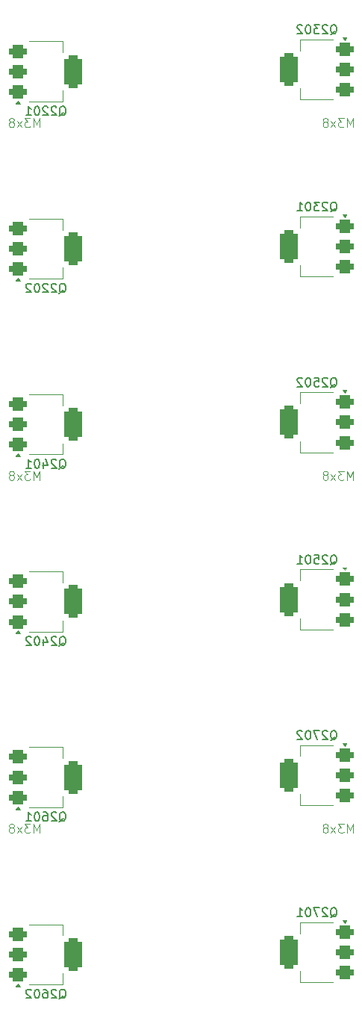
<source format=gbr>
%TF.GenerationSoftware,KiCad,Pcbnew,8.0.2*%
%TF.CreationDate,2024-12-14T16:27:18+01:00*%
%TF.ProjectId,pss_outstageboard,7073735f-6f75-4747-9374-616765626f61,1.0.0*%
%TF.SameCoordinates,Original*%
%TF.FileFunction,Legend,Bot*%
%TF.FilePolarity,Positive*%
%FSLAX46Y46*%
G04 Gerber Fmt 4.6, Leading zero omitted, Abs format (unit mm)*
G04 Created by KiCad (PCBNEW 8.0.2) date 2024-12-14 16:27:18*
%MOMM*%
%LPD*%
G01*
G04 APERTURE LIST*
G04 Aperture macros list*
%AMRoundRect*
0 Rectangle with rounded corners*
0 $1 Rounding radius*
0 $2 $3 $4 $5 $6 $7 $8 $9 X,Y pos of 4 corners*
0 Add a 4 corners polygon primitive as box body*
4,1,4,$2,$3,$4,$5,$6,$7,$8,$9,$2,$3,0*
0 Add four circle primitives for the rounded corners*
1,1,$1+$1,$2,$3*
1,1,$1+$1,$4,$5*
1,1,$1+$1,$6,$7*
1,1,$1+$1,$8,$9*
0 Add four rect primitives between the rounded corners*
20,1,$1+$1,$2,$3,$4,$5,0*
20,1,$1+$1,$4,$5,$6,$7,0*
20,1,$1+$1,$6,$7,$8,$9,0*
20,1,$1+$1,$8,$9,$2,$3,0*%
G04 Aperture macros list end*
%ADD10C,0.100000*%
%ADD11C,0.150000*%
%ADD12C,0.120000*%
%ADD13C,2.400000*%
%ADD14O,2.400000X2.400000*%
%ADD15R,2.000000X1.905000*%
%ADD16O,2.000000X1.905000*%
%ADD17C,3.200000*%
%ADD18O,7.000000X4.000000*%
%ADD19C,2.000000*%
%ADD20R,2.000000X2.000000*%
%ADD21C,2.162000*%
%ADD22C,2.800000*%
%ADD23RoundRect,0.375000X-0.625000X-0.375000X0.625000X-0.375000X0.625000X0.375000X-0.625000X0.375000X0*%
%ADD24RoundRect,0.500000X-0.500000X-1.400000X0.500000X-1.400000X0.500000X1.400000X-0.500000X1.400000X0*%
%ADD25RoundRect,0.375000X0.625000X0.375000X-0.625000X0.375000X-0.625000X-0.375000X0.625000X-0.375000X0*%
%ADD26RoundRect,0.500000X0.500000X1.400000X-0.500000X1.400000X-0.500000X-1.400000X0.500000X-1.400000X0*%
G04 APERTURE END LIST*
D10*
X229490475Y-151372419D02*
X229490475Y-150372419D01*
X229490475Y-150372419D02*
X229157142Y-151086704D01*
X229157142Y-151086704D02*
X228823809Y-150372419D01*
X228823809Y-150372419D02*
X228823809Y-151372419D01*
X228442856Y-150372419D02*
X227823809Y-150372419D01*
X227823809Y-150372419D02*
X228157142Y-150753371D01*
X228157142Y-150753371D02*
X228014285Y-150753371D01*
X228014285Y-150753371D02*
X227919047Y-150800990D01*
X227919047Y-150800990D02*
X227871428Y-150848609D01*
X227871428Y-150848609D02*
X227823809Y-150943847D01*
X227823809Y-150943847D02*
X227823809Y-151181942D01*
X227823809Y-151181942D02*
X227871428Y-151277180D01*
X227871428Y-151277180D02*
X227919047Y-151324800D01*
X227919047Y-151324800D02*
X228014285Y-151372419D01*
X228014285Y-151372419D02*
X228299999Y-151372419D01*
X228299999Y-151372419D02*
X228395237Y-151324800D01*
X228395237Y-151324800D02*
X228442856Y-151277180D01*
X227490475Y-151372419D02*
X226966666Y-150705752D01*
X227490475Y-150705752D02*
X226966666Y-151372419D01*
X226442856Y-150800990D02*
X226538094Y-150753371D01*
X226538094Y-150753371D02*
X226585713Y-150705752D01*
X226585713Y-150705752D02*
X226633332Y-150610514D01*
X226633332Y-150610514D02*
X226633332Y-150562895D01*
X226633332Y-150562895D02*
X226585713Y-150467657D01*
X226585713Y-150467657D02*
X226538094Y-150420038D01*
X226538094Y-150420038D02*
X226442856Y-150372419D01*
X226442856Y-150372419D02*
X226252380Y-150372419D01*
X226252380Y-150372419D02*
X226157142Y-150420038D01*
X226157142Y-150420038D02*
X226109523Y-150467657D01*
X226109523Y-150467657D02*
X226061904Y-150562895D01*
X226061904Y-150562895D02*
X226061904Y-150610514D01*
X226061904Y-150610514D02*
X226109523Y-150705752D01*
X226109523Y-150705752D02*
X226157142Y-150753371D01*
X226157142Y-150753371D02*
X226252380Y-150800990D01*
X226252380Y-150800990D02*
X226442856Y-150800990D01*
X226442856Y-150800990D02*
X226538094Y-150848609D01*
X226538094Y-150848609D02*
X226585713Y-150896228D01*
X226585713Y-150896228D02*
X226633332Y-150991466D01*
X226633332Y-150991466D02*
X226633332Y-151181942D01*
X226633332Y-151181942D02*
X226585713Y-151277180D01*
X226585713Y-151277180D02*
X226538094Y-151324800D01*
X226538094Y-151324800D02*
X226442856Y-151372419D01*
X226442856Y-151372419D02*
X226252380Y-151372419D01*
X226252380Y-151372419D02*
X226157142Y-151324800D01*
X226157142Y-151324800D02*
X226109523Y-151277180D01*
X226109523Y-151277180D02*
X226061904Y-151181942D01*
X226061904Y-151181942D02*
X226061904Y-150991466D01*
X226061904Y-150991466D02*
X226109523Y-150896228D01*
X226109523Y-150896228D02*
X226157142Y-150848609D01*
X226157142Y-150848609D02*
X226252380Y-150800990D01*
X193890475Y-151372419D02*
X193890475Y-150372419D01*
X193890475Y-150372419D02*
X193557142Y-151086704D01*
X193557142Y-151086704D02*
X193223809Y-150372419D01*
X193223809Y-150372419D02*
X193223809Y-151372419D01*
X192842856Y-150372419D02*
X192223809Y-150372419D01*
X192223809Y-150372419D02*
X192557142Y-150753371D01*
X192557142Y-150753371D02*
X192414285Y-150753371D01*
X192414285Y-150753371D02*
X192319047Y-150800990D01*
X192319047Y-150800990D02*
X192271428Y-150848609D01*
X192271428Y-150848609D02*
X192223809Y-150943847D01*
X192223809Y-150943847D02*
X192223809Y-151181942D01*
X192223809Y-151181942D02*
X192271428Y-151277180D01*
X192271428Y-151277180D02*
X192319047Y-151324800D01*
X192319047Y-151324800D02*
X192414285Y-151372419D01*
X192414285Y-151372419D02*
X192699999Y-151372419D01*
X192699999Y-151372419D02*
X192795237Y-151324800D01*
X192795237Y-151324800D02*
X192842856Y-151277180D01*
X191890475Y-151372419D02*
X191366666Y-150705752D01*
X191890475Y-150705752D02*
X191366666Y-151372419D01*
X190842856Y-150800990D02*
X190938094Y-150753371D01*
X190938094Y-150753371D02*
X190985713Y-150705752D01*
X190985713Y-150705752D02*
X191033332Y-150610514D01*
X191033332Y-150610514D02*
X191033332Y-150562895D01*
X191033332Y-150562895D02*
X190985713Y-150467657D01*
X190985713Y-150467657D02*
X190938094Y-150420038D01*
X190938094Y-150420038D02*
X190842856Y-150372419D01*
X190842856Y-150372419D02*
X190652380Y-150372419D01*
X190652380Y-150372419D02*
X190557142Y-150420038D01*
X190557142Y-150420038D02*
X190509523Y-150467657D01*
X190509523Y-150467657D02*
X190461904Y-150562895D01*
X190461904Y-150562895D02*
X190461904Y-150610514D01*
X190461904Y-150610514D02*
X190509523Y-150705752D01*
X190509523Y-150705752D02*
X190557142Y-150753371D01*
X190557142Y-150753371D02*
X190652380Y-150800990D01*
X190652380Y-150800990D02*
X190842856Y-150800990D01*
X190842856Y-150800990D02*
X190938094Y-150848609D01*
X190938094Y-150848609D02*
X190985713Y-150896228D01*
X190985713Y-150896228D02*
X191033332Y-150991466D01*
X191033332Y-150991466D02*
X191033332Y-151181942D01*
X191033332Y-151181942D02*
X190985713Y-151277180D01*
X190985713Y-151277180D02*
X190938094Y-151324800D01*
X190938094Y-151324800D02*
X190842856Y-151372419D01*
X190842856Y-151372419D02*
X190652380Y-151372419D01*
X190652380Y-151372419D02*
X190557142Y-151324800D01*
X190557142Y-151324800D02*
X190509523Y-151277180D01*
X190509523Y-151277180D02*
X190461904Y-151181942D01*
X190461904Y-151181942D02*
X190461904Y-150991466D01*
X190461904Y-150991466D02*
X190509523Y-150896228D01*
X190509523Y-150896228D02*
X190557142Y-150848609D01*
X190557142Y-150848609D02*
X190652380Y-150800990D01*
X229490475Y-111372419D02*
X229490475Y-110372419D01*
X229490475Y-110372419D02*
X229157142Y-111086704D01*
X229157142Y-111086704D02*
X228823809Y-110372419D01*
X228823809Y-110372419D02*
X228823809Y-111372419D01*
X228442856Y-110372419D02*
X227823809Y-110372419D01*
X227823809Y-110372419D02*
X228157142Y-110753371D01*
X228157142Y-110753371D02*
X228014285Y-110753371D01*
X228014285Y-110753371D02*
X227919047Y-110800990D01*
X227919047Y-110800990D02*
X227871428Y-110848609D01*
X227871428Y-110848609D02*
X227823809Y-110943847D01*
X227823809Y-110943847D02*
X227823809Y-111181942D01*
X227823809Y-111181942D02*
X227871428Y-111277180D01*
X227871428Y-111277180D02*
X227919047Y-111324800D01*
X227919047Y-111324800D02*
X228014285Y-111372419D01*
X228014285Y-111372419D02*
X228299999Y-111372419D01*
X228299999Y-111372419D02*
X228395237Y-111324800D01*
X228395237Y-111324800D02*
X228442856Y-111277180D01*
X227490475Y-111372419D02*
X226966666Y-110705752D01*
X227490475Y-110705752D02*
X226966666Y-111372419D01*
X226442856Y-110800990D02*
X226538094Y-110753371D01*
X226538094Y-110753371D02*
X226585713Y-110705752D01*
X226585713Y-110705752D02*
X226633332Y-110610514D01*
X226633332Y-110610514D02*
X226633332Y-110562895D01*
X226633332Y-110562895D02*
X226585713Y-110467657D01*
X226585713Y-110467657D02*
X226538094Y-110420038D01*
X226538094Y-110420038D02*
X226442856Y-110372419D01*
X226442856Y-110372419D02*
X226252380Y-110372419D01*
X226252380Y-110372419D02*
X226157142Y-110420038D01*
X226157142Y-110420038D02*
X226109523Y-110467657D01*
X226109523Y-110467657D02*
X226061904Y-110562895D01*
X226061904Y-110562895D02*
X226061904Y-110610514D01*
X226061904Y-110610514D02*
X226109523Y-110705752D01*
X226109523Y-110705752D02*
X226157142Y-110753371D01*
X226157142Y-110753371D02*
X226252380Y-110800990D01*
X226252380Y-110800990D02*
X226442856Y-110800990D01*
X226442856Y-110800990D02*
X226538094Y-110848609D01*
X226538094Y-110848609D02*
X226585713Y-110896228D01*
X226585713Y-110896228D02*
X226633332Y-110991466D01*
X226633332Y-110991466D02*
X226633332Y-111181942D01*
X226633332Y-111181942D02*
X226585713Y-111277180D01*
X226585713Y-111277180D02*
X226538094Y-111324800D01*
X226538094Y-111324800D02*
X226442856Y-111372419D01*
X226442856Y-111372419D02*
X226252380Y-111372419D01*
X226252380Y-111372419D02*
X226157142Y-111324800D01*
X226157142Y-111324800D02*
X226109523Y-111277180D01*
X226109523Y-111277180D02*
X226061904Y-111181942D01*
X226061904Y-111181942D02*
X226061904Y-110991466D01*
X226061904Y-110991466D02*
X226109523Y-110896228D01*
X226109523Y-110896228D02*
X226157142Y-110848609D01*
X226157142Y-110848609D02*
X226252380Y-110800990D01*
X193890475Y-111372419D02*
X193890475Y-110372419D01*
X193890475Y-110372419D02*
X193557142Y-111086704D01*
X193557142Y-111086704D02*
X193223809Y-110372419D01*
X193223809Y-110372419D02*
X193223809Y-111372419D01*
X192842856Y-110372419D02*
X192223809Y-110372419D01*
X192223809Y-110372419D02*
X192557142Y-110753371D01*
X192557142Y-110753371D02*
X192414285Y-110753371D01*
X192414285Y-110753371D02*
X192319047Y-110800990D01*
X192319047Y-110800990D02*
X192271428Y-110848609D01*
X192271428Y-110848609D02*
X192223809Y-110943847D01*
X192223809Y-110943847D02*
X192223809Y-111181942D01*
X192223809Y-111181942D02*
X192271428Y-111277180D01*
X192271428Y-111277180D02*
X192319047Y-111324800D01*
X192319047Y-111324800D02*
X192414285Y-111372419D01*
X192414285Y-111372419D02*
X192699999Y-111372419D01*
X192699999Y-111372419D02*
X192795237Y-111324800D01*
X192795237Y-111324800D02*
X192842856Y-111277180D01*
X191890475Y-111372419D02*
X191366666Y-110705752D01*
X191890475Y-110705752D02*
X191366666Y-111372419D01*
X190842856Y-110800990D02*
X190938094Y-110753371D01*
X190938094Y-110753371D02*
X190985713Y-110705752D01*
X190985713Y-110705752D02*
X191033332Y-110610514D01*
X191033332Y-110610514D02*
X191033332Y-110562895D01*
X191033332Y-110562895D02*
X190985713Y-110467657D01*
X190985713Y-110467657D02*
X190938094Y-110420038D01*
X190938094Y-110420038D02*
X190842856Y-110372419D01*
X190842856Y-110372419D02*
X190652380Y-110372419D01*
X190652380Y-110372419D02*
X190557142Y-110420038D01*
X190557142Y-110420038D02*
X190509523Y-110467657D01*
X190509523Y-110467657D02*
X190461904Y-110562895D01*
X190461904Y-110562895D02*
X190461904Y-110610514D01*
X190461904Y-110610514D02*
X190509523Y-110705752D01*
X190509523Y-110705752D02*
X190557142Y-110753371D01*
X190557142Y-110753371D02*
X190652380Y-110800990D01*
X190652380Y-110800990D02*
X190842856Y-110800990D01*
X190842856Y-110800990D02*
X190938094Y-110848609D01*
X190938094Y-110848609D02*
X190985713Y-110896228D01*
X190985713Y-110896228D02*
X191033332Y-110991466D01*
X191033332Y-110991466D02*
X191033332Y-111181942D01*
X191033332Y-111181942D02*
X190985713Y-111277180D01*
X190985713Y-111277180D02*
X190938094Y-111324800D01*
X190938094Y-111324800D02*
X190842856Y-111372419D01*
X190842856Y-111372419D02*
X190652380Y-111372419D01*
X190652380Y-111372419D02*
X190557142Y-111324800D01*
X190557142Y-111324800D02*
X190509523Y-111277180D01*
X190509523Y-111277180D02*
X190461904Y-111181942D01*
X190461904Y-111181942D02*
X190461904Y-110991466D01*
X190461904Y-110991466D02*
X190509523Y-110896228D01*
X190509523Y-110896228D02*
X190557142Y-110848609D01*
X190557142Y-110848609D02*
X190652380Y-110800990D01*
X193890475Y-191372419D02*
X193890475Y-190372419D01*
X193890475Y-190372419D02*
X193557142Y-191086704D01*
X193557142Y-191086704D02*
X193223809Y-190372419D01*
X193223809Y-190372419D02*
X193223809Y-191372419D01*
X192842856Y-190372419D02*
X192223809Y-190372419D01*
X192223809Y-190372419D02*
X192557142Y-190753371D01*
X192557142Y-190753371D02*
X192414285Y-190753371D01*
X192414285Y-190753371D02*
X192319047Y-190800990D01*
X192319047Y-190800990D02*
X192271428Y-190848609D01*
X192271428Y-190848609D02*
X192223809Y-190943847D01*
X192223809Y-190943847D02*
X192223809Y-191181942D01*
X192223809Y-191181942D02*
X192271428Y-191277180D01*
X192271428Y-191277180D02*
X192319047Y-191324800D01*
X192319047Y-191324800D02*
X192414285Y-191372419D01*
X192414285Y-191372419D02*
X192699999Y-191372419D01*
X192699999Y-191372419D02*
X192795237Y-191324800D01*
X192795237Y-191324800D02*
X192842856Y-191277180D01*
X191890475Y-191372419D02*
X191366666Y-190705752D01*
X191890475Y-190705752D02*
X191366666Y-191372419D01*
X190842856Y-190800990D02*
X190938094Y-190753371D01*
X190938094Y-190753371D02*
X190985713Y-190705752D01*
X190985713Y-190705752D02*
X191033332Y-190610514D01*
X191033332Y-190610514D02*
X191033332Y-190562895D01*
X191033332Y-190562895D02*
X190985713Y-190467657D01*
X190985713Y-190467657D02*
X190938094Y-190420038D01*
X190938094Y-190420038D02*
X190842856Y-190372419D01*
X190842856Y-190372419D02*
X190652380Y-190372419D01*
X190652380Y-190372419D02*
X190557142Y-190420038D01*
X190557142Y-190420038D02*
X190509523Y-190467657D01*
X190509523Y-190467657D02*
X190461904Y-190562895D01*
X190461904Y-190562895D02*
X190461904Y-190610514D01*
X190461904Y-190610514D02*
X190509523Y-190705752D01*
X190509523Y-190705752D02*
X190557142Y-190753371D01*
X190557142Y-190753371D02*
X190652380Y-190800990D01*
X190652380Y-190800990D02*
X190842856Y-190800990D01*
X190842856Y-190800990D02*
X190938094Y-190848609D01*
X190938094Y-190848609D02*
X190985713Y-190896228D01*
X190985713Y-190896228D02*
X191033332Y-190991466D01*
X191033332Y-190991466D02*
X191033332Y-191181942D01*
X191033332Y-191181942D02*
X190985713Y-191277180D01*
X190985713Y-191277180D02*
X190938094Y-191324800D01*
X190938094Y-191324800D02*
X190842856Y-191372419D01*
X190842856Y-191372419D02*
X190652380Y-191372419D01*
X190652380Y-191372419D02*
X190557142Y-191324800D01*
X190557142Y-191324800D02*
X190509523Y-191277180D01*
X190509523Y-191277180D02*
X190461904Y-191181942D01*
X190461904Y-191181942D02*
X190461904Y-190991466D01*
X190461904Y-190991466D02*
X190509523Y-190896228D01*
X190509523Y-190896228D02*
X190557142Y-190848609D01*
X190557142Y-190848609D02*
X190652380Y-190800990D01*
X229490475Y-191372419D02*
X229490475Y-190372419D01*
X229490475Y-190372419D02*
X229157142Y-191086704D01*
X229157142Y-191086704D02*
X228823809Y-190372419D01*
X228823809Y-190372419D02*
X228823809Y-191372419D01*
X228442856Y-190372419D02*
X227823809Y-190372419D01*
X227823809Y-190372419D02*
X228157142Y-190753371D01*
X228157142Y-190753371D02*
X228014285Y-190753371D01*
X228014285Y-190753371D02*
X227919047Y-190800990D01*
X227919047Y-190800990D02*
X227871428Y-190848609D01*
X227871428Y-190848609D02*
X227823809Y-190943847D01*
X227823809Y-190943847D02*
X227823809Y-191181942D01*
X227823809Y-191181942D02*
X227871428Y-191277180D01*
X227871428Y-191277180D02*
X227919047Y-191324800D01*
X227919047Y-191324800D02*
X228014285Y-191372419D01*
X228014285Y-191372419D02*
X228299999Y-191372419D01*
X228299999Y-191372419D02*
X228395237Y-191324800D01*
X228395237Y-191324800D02*
X228442856Y-191277180D01*
X227490475Y-191372419D02*
X226966666Y-190705752D01*
X227490475Y-190705752D02*
X226966666Y-191372419D01*
X226442856Y-190800990D02*
X226538094Y-190753371D01*
X226538094Y-190753371D02*
X226585713Y-190705752D01*
X226585713Y-190705752D02*
X226633332Y-190610514D01*
X226633332Y-190610514D02*
X226633332Y-190562895D01*
X226633332Y-190562895D02*
X226585713Y-190467657D01*
X226585713Y-190467657D02*
X226538094Y-190420038D01*
X226538094Y-190420038D02*
X226442856Y-190372419D01*
X226442856Y-190372419D02*
X226252380Y-190372419D01*
X226252380Y-190372419D02*
X226157142Y-190420038D01*
X226157142Y-190420038D02*
X226109523Y-190467657D01*
X226109523Y-190467657D02*
X226061904Y-190562895D01*
X226061904Y-190562895D02*
X226061904Y-190610514D01*
X226061904Y-190610514D02*
X226109523Y-190705752D01*
X226109523Y-190705752D02*
X226157142Y-190753371D01*
X226157142Y-190753371D02*
X226252380Y-190800990D01*
X226252380Y-190800990D02*
X226442856Y-190800990D01*
X226442856Y-190800990D02*
X226538094Y-190848609D01*
X226538094Y-190848609D02*
X226585713Y-190896228D01*
X226585713Y-190896228D02*
X226633332Y-190991466D01*
X226633332Y-190991466D02*
X226633332Y-191181942D01*
X226633332Y-191181942D02*
X226585713Y-191277180D01*
X226585713Y-191277180D02*
X226538094Y-191324800D01*
X226538094Y-191324800D02*
X226442856Y-191372419D01*
X226442856Y-191372419D02*
X226252380Y-191372419D01*
X226252380Y-191372419D02*
X226157142Y-191324800D01*
X226157142Y-191324800D02*
X226109523Y-191277180D01*
X226109523Y-191277180D02*
X226061904Y-191181942D01*
X226061904Y-191181942D02*
X226061904Y-190991466D01*
X226061904Y-190991466D02*
X226109523Y-190896228D01*
X226109523Y-190896228D02*
X226157142Y-190848609D01*
X226157142Y-190848609D02*
X226252380Y-190800990D01*
D11*
X196143809Y-130210057D02*
X196239047Y-130162438D01*
X196239047Y-130162438D02*
X196334285Y-130067200D01*
X196334285Y-130067200D02*
X196477142Y-129924342D01*
X196477142Y-129924342D02*
X196572380Y-129876723D01*
X196572380Y-129876723D02*
X196667618Y-129876723D01*
X196619999Y-130114819D02*
X196715237Y-130067200D01*
X196715237Y-130067200D02*
X196810475Y-129971961D01*
X196810475Y-129971961D02*
X196858094Y-129781485D01*
X196858094Y-129781485D02*
X196858094Y-129448152D01*
X196858094Y-129448152D02*
X196810475Y-129257676D01*
X196810475Y-129257676D02*
X196715237Y-129162438D01*
X196715237Y-129162438D02*
X196619999Y-129114819D01*
X196619999Y-129114819D02*
X196429523Y-129114819D01*
X196429523Y-129114819D02*
X196334285Y-129162438D01*
X196334285Y-129162438D02*
X196239047Y-129257676D01*
X196239047Y-129257676D02*
X196191428Y-129448152D01*
X196191428Y-129448152D02*
X196191428Y-129781485D01*
X196191428Y-129781485D02*
X196239047Y-129971961D01*
X196239047Y-129971961D02*
X196334285Y-130067200D01*
X196334285Y-130067200D02*
X196429523Y-130114819D01*
X196429523Y-130114819D02*
X196619999Y-130114819D01*
X195810475Y-129210057D02*
X195762856Y-129162438D01*
X195762856Y-129162438D02*
X195667618Y-129114819D01*
X195667618Y-129114819D02*
X195429523Y-129114819D01*
X195429523Y-129114819D02*
X195334285Y-129162438D01*
X195334285Y-129162438D02*
X195286666Y-129210057D01*
X195286666Y-129210057D02*
X195239047Y-129305295D01*
X195239047Y-129305295D02*
X195239047Y-129400533D01*
X195239047Y-129400533D02*
X195286666Y-129543390D01*
X195286666Y-129543390D02*
X195858094Y-130114819D01*
X195858094Y-130114819D02*
X195239047Y-130114819D01*
X194858094Y-129210057D02*
X194810475Y-129162438D01*
X194810475Y-129162438D02*
X194715237Y-129114819D01*
X194715237Y-129114819D02*
X194477142Y-129114819D01*
X194477142Y-129114819D02*
X194381904Y-129162438D01*
X194381904Y-129162438D02*
X194334285Y-129210057D01*
X194334285Y-129210057D02*
X194286666Y-129305295D01*
X194286666Y-129305295D02*
X194286666Y-129400533D01*
X194286666Y-129400533D02*
X194334285Y-129543390D01*
X194334285Y-129543390D02*
X194905713Y-130114819D01*
X194905713Y-130114819D02*
X194286666Y-130114819D01*
X193667618Y-129114819D02*
X193572380Y-129114819D01*
X193572380Y-129114819D02*
X193477142Y-129162438D01*
X193477142Y-129162438D02*
X193429523Y-129210057D01*
X193429523Y-129210057D02*
X193381904Y-129305295D01*
X193381904Y-129305295D02*
X193334285Y-129495771D01*
X193334285Y-129495771D02*
X193334285Y-129733866D01*
X193334285Y-129733866D02*
X193381904Y-129924342D01*
X193381904Y-129924342D02*
X193429523Y-130019580D01*
X193429523Y-130019580D02*
X193477142Y-130067200D01*
X193477142Y-130067200D02*
X193572380Y-130114819D01*
X193572380Y-130114819D02*
X193667618Y-130114819D01*
X193667618Y-130114819D02*
X193762856Y-130067200D01*
X193762856Y-130067200D02*
X193810475Y-130019580D01*
X193810475Y-130019580D02*
X193858094Y-129924342D01*
X193858094Y-129924342D02*
X193905713Y-129733866D01*
X193905713Y-129733866D02*
X193905713Y-129495771D01*
X193905713Y-129495771D02*
X193858094Y-129305295D01*
X193858094Y-129305295D02*
X193810475Y-129210057D01*
X193810475Y-129210057D02*
X193762856Y-129162438D01*
X193762856Y-129162438D02*
X193667618Y-129114819D01*
X192953332Y-129210057D02*
X192905713Y-129162438D01*
X192905713Y-129162438D02*
X192810475Y-129114819D01*
X192810475Y-129114819D02*
X192572380Y-129114819D01*
X192572380Y-129114819D02*
X192477142Y-129162438D01*
X192477142Y-129162438D02*
X192429523Y-129210057D01*
X192429523Y-129210057D02*
X192381904Y-129305295D01*
X192381904Y-129305295D02*
X192381904Y-129400533D01*
X192381904Y-129400533D02*
X192429523Y-129543390D01*
X192429523Y-129543390D02*
X193000951Y-130114819D01*
X193000951Y-130114819D02*
X192381904Y-130114819D01*
X226903809Y-140890057D02*
X226999047Y-140842438D01*
X226999047Y-140842438D02*
X227094285Y-140747200D01*
X227094285Y-140747200D02*
X227237142Y-140604342D01*
X227237142Y-140604342D02*
X227332380Y-140556723D01*
X227332380Y-140556723D02*
X227427618Y-140556723D01*
X227379999Y-140794819D02*
X227475237Y-140747200D01*
X227475237Y-140747200D02*
X227570475Y-140651961D01*
X227570475Y-140651961D02*
X227618094Y-140461485D01*
X227618094Y-140461485D02*
X227618094Y-140128152D01*
X227618094Y-140128152D02*
X227570475Y-139937676D01*
X227570475Y-139937676D02*
X227475237Y-139842438D01*
X227475237Y-139842438D02*
X227379999Y-139794819D01*
X227379999Y-139794819D02*
X227189523Y-139794819D01*
X227189523Y-139794819D02*
X227094285Y-139842438D01*
X227094285Y-139842438D02*
X226999047Y-139937676D01*
X226999047Y-139937676D02*
X226951428Y-140128152D01*
X226951428Y-140128152D02*
X226951428Y-140461485D01*
X226951428Y-140461485D02*
X226999047Y-140651961D01*
X226999047Y-140651961D02*
X227094285Y-140747200D01*
X227094285Y-140747200D02*
X227189523Y-140794819D01*
X227189523Y-140794819D02*
X227379999Y-140794819D01*
X226570475Y-139890057D02*
X226522856Y-139842438D01*
X226522856Y-139842438D02*
X226427618Y-139794819D01*
X226427618Y-139794819D02*
X226189523Y-139794819D01*
X226189523Y-139794819D02*
X226094285Y-139842438D01*
X226094285Y-139842438D02*
X226046666Y-139890057D01*
X226046666Y-139890057D02*
X225999047Y-139985295D01*
X225999047Y-139985295D02*
X225999047Y-140080533D01*
X225999047Y-140080533D02*
X226046666Y-140223390D01*
X226046666Y-140223390D02*
X226618094Y-140794819D01*
X226618094Y-140794819D02*
X225999047Y-140794819D01*
X225094285Y-139794819D02*
X225570475Y-139794819D01*
X225570475Y-139794819D02*
X225618094Y-140271009D01*
X225618094Y-140271009D02*
X225570475Y-140223390D01*
X225570475Y-140223390D02*
X225475237Y-140175771D01*
X225475237Y-140175771D02*
X225237142Y-140175771D01*
X225237142Y-140175771D02*
X225141904Y-140223390D01*
X225141904Y-140223390D02*
X225094285Y-140271009D01*
X225094285Y-140271009D02*
X225046666Y-140366247D01*
X225046666Y-140366247D02*
X225046666Y-140604342D01*
X225046666Y-140604342D02*
X225094285Y-140699580D01*
X225094285Y-140699580D02*
X225141904Y-140747200D01*
X225141904Y-140747200D02*
X225237142Y-140794819D01*
X225237142Y-140794819D02*
X225475237Y-140794819D01*
X225475237Y-140794819D02*
X225570475Y-140747200D01*
X225570475Y-140747200D02*
X225618094Y-140699580D01*
X224427618Y-139794819D02*
X224332380Y-139794819D01*
X224332380Y-139794819D02*
X224237142Y-139842438D01*
X224237142Y-139842438D02*
X224189523Y-139890057D01*
X224189523Y-139890057D02*
X224141904Y-139985295D01*
X224141904Y-139985295D02*
X224094285Y-140175771D01*
X224094285Y-140175771D02*
X224094285Y-140413866D01*
X224094285Y-140413866D02*
X224141904Y-140604342D01*
X224141904Y-140604342D02*
X224189523Y-140699580D01*
X224189523Y-140699580D02*
X224237142Y-140747200D01*
X224237142Y-140747200D02*
X224332380Y-140794819D01*
X224332380Y-140794819D02*
X224427618Y-140794819D01*
X224427618Y-140794819D02*
X224522856Y-140747200D01*
X224522856Y-140747200D02*
X224570475Y-140699580D01*
X224570475Y-140699580D02*
X224618094Y-140604342D01*
X224618094Y-140604342D02*
X224665713Y-140413866D01*
X224665713Y-140413866D02*
X224665713Y-140175771D01*
X224665713Y-140175771D02*
X224618094Y-139985295D01*
X224618094Y-139985295D02*
X224570475Y-139890057D01*
X224570475Y-139890057D02*
X224522856Y-139842438D01*
X224522856Y-139842438D02*
X224427618Y-139794819D01*
X223713332Y-139890057D02*
X223665713Y-139842438D01*
X223665713Y-139842438D02*
X223570475Y-139794819D01*
X223570475Y-139794819D02*
X223332380Y-139794819D01*
X223332380Y-139794819D02*
X223237142Y-139842438D01*
X223237142Y-139842438D02*
X223189523Y-139890057D01*
X223189523Y-139890057D02*
X223141904Y-139985295D01*
X223141904Y-139985295D02*
X223141904Y-140080533D01*
X223141904Y-140080533D02*
X223189523Y-140223390D01*
X223189523Y-140223390D02*
X223760951Y-140794819D01*
X223760951Y-140794819D02*
X223141904Y-140794819D01*
X196143809Y-150130057D02*
X196239047Y-150082438D01*
X196239047Y-150082438D02*
X196334285Y-149987200D01*
X196334285Y-149987200D02*
X196477142Y-149844342D01*
X196477142Y-149844342D02*
X196572380Y-149796723D01*
X196572380Y-149796723D02*
X196667618Y-149796723D01*
X196619999Y-150034819D02*
X196715237Y-149987200D01*
X196715237Y-149987200D02*
X196810475Y-149891961D01*
X196810475Y-149891961D02*
X196858094Y-149701485D01*
X196858094Y-149701485D02*
X196858094Y-149368152D01*
X196858094Y-149368152D02*
X196810475Y-149177676D01*
X196810475Y-149177676D02*
X196715237Y-149082438D01*
X196715237Y-149082438D02*
X196619999Y-149034819D01*
X196619999Y-149034819D02*
X196429523Y-149034819D01*
X196429523Y-149034819D02*
X196334285Y-149082438D01*
X196334285Y-149082438D02*
X196239047Y-149177676D01*
X196239047Y-149177676D02*
X196191428Y-149368152D01*
X196191428Y-149368152D02*
X196191428Y-149701485D01*
X196191428Y-149701485D02*
X196239047Y-149891961D01*
X196239047Y-149891961D02*
X196334285Y-149987200D01*
X196334285Y-149987200D02*
X196429523Y-150034819D01*
X196429523Y-150034819D02*
X196619999Y-150034819D01*
X195810475Y-149130057D02*
X195762856Y-149082438D01*
X195762856Y-149082438D02*
X195667618Y-149034819D01*
X195667618Y-149034819D02*
X195429523Y-149034819D01*
X195429523Y-149034819D02*
X195334285Y-149082438D01*
X195334285Y-149082438D02*
X195286666Y-149130057D01*
X195286666Y-149130057D02*
X195239047Y-149225295D01*
X195239047Y-149225295D02*
X195239047Y-149320533D01*
X195239047Y-149320533D02*
X195286666Y-149463390D01*
X195286666Y-149463390D02*
X195858094Y-150034819D01*
X195858094Y-150034819D02*
X195239047Y-150034819D01*
X194381904Y-149368152D02*
X194381904Y-150034819D01*
X194619999Y-148987200D02*
X194858094Y-149701485D01*
X194858094Y-149701485D02*
X194239047Y-149701485D01*
X193667618Y-149034819D02*
X193572380Y-149034819D01*
X193572380Y-149034819D02*
X193477142Y-149082438D01*
X193477142Y-149082438D02*
X193429523Y-149130057D01*
X193429523Y-149130057D02*
X193381904Y-149225295D01*
X193381904Y-149225295D02*
X193334285Y-149415771D01*
X193334285Y-149415771D02*
X193334285Y-149653866D01*
X193334285Y-149653866D02*
X193381904Y-149844342D01*
X193381904Y-149844342D02*
X193429523Y-149939580D01*
X193429523Y-149939580D02*
X193477142Y-149987200D01*
X193477142Y-149987200D02*
X193572380Y-150034819D01*
X193572380Y-150034819D02*
X193667618Y-150034819D01*
X193667618Y-150034819D02*
X193762856Y-149987200D01*
X193762856Y-149987200D02*
X193810475Y-149939580D01*
X193810475Y-149939580D02*
X193858094Y-149844342D01*
X193858094Y-149844342D02*
X193905713Y-149653866D01*
X193905713Y-149653866D02*
X193905713Y-149415771D01*
X193905713Y-149415771D02*
X193858094Y-149225295D01*
X193858094Y-149225295D02*
X193810475Y-149130057D01*
X193810475Y-149130057D02*
X193762856Y-149082438D01*
X193762856Y-149082438D02*
X193667618Y-149034819D01*
X192381904Y-150034819D02*
X192953332Y-150034819D01*
X192667618Y-150034819D02*
X192667618Y-149034819D01*
X192667618Y-149034819D02*
X192762856Y-149177676D01*
X192762856Y-149177676D02*
X192858094Y-149272914D01*
X192858094Y-149272914D02*
X192953332Y-149320533D01*
X226903809Y-120970057D02*
X226999047Y-120922438D01*
X226999047Y-120922438D02*
X227094285Y-120827200D01*
X227094285Y-120827200D02*
X227237142Y-120684342D01*
X227237142Y-120684342D02*
X227332380Y-120636723D01*
X227332380Y-120636723D02*
X227427618Y-120636723D01*
X227379999Y-120874819D02*
X227475237Y-120827200D01*
X227475237Y-120827200D02*
X227570475Y-120731961D01*
X227570475Y-120731961D02*
X227618094Y-120541485D01*
X227618094Y-120541485D02*
X227618094Y-120208152D01*
X227618094Y-120208152D02*
X227570475Y-120017676D01*
X227570475Y-120017676D02*
X227475237Y-119922438D01*
X227475237Y-119922438D02*
X227379999Y-119874819D01*
X227379999Y-119874819D02*
X227189523Y-119874819D01*
X227189523Y-119874819D02*
X227094285Y-119922438D01*
X227094285Y-119922438D02*
X226999047Y-120017676D01*
X226999047Y-120017676D02*
X226951428Y-120208152D01*
X226951428Y-120208152D02*
X226951428Y-120541485D01*
X226951428Y-120541485D02*
X226999047Y-120731961D01*
X226999047Y-120731961D02*
X227094285Y-120827200D01*
X227094285Y-120827200D02*
X227189523Y-120874819D01*
X227189523Y-120874819D02*
X227379999Y-120874819D01*
X226570475Y-119970057D02*
X226522856Y-119922438D01*
X226522856Y-119922438D02*
X226427618Y-119874819D01*
X226427618Y-119874819D02*
X226189523Y-119874819D01*
X226189523Y-119874819D02*
X226094285Y-119922438D01*
X226094285Y-119922438D02*
X226046666Y-119970057D01*
X226046666Y-119970057D02*
X225999047Y-120065295D01*
X225999047Y-120065295D02*
X225999047Y-120160533D01*
X225999047Y-120160533D02*
X226046666Y-120303390D01*
X226046666Y-120303390D02*
X226618094Y-120874819D01*
X226618094Y-120874819D02*
X225999047Y-120874819D01*
X225665713Y-119874819D02*
X225046666Y-119874819D01*
X225046666Y-119874819D02*
X225379999Y-120255771D01*
X225379999Y-120255771D02*
X225237142Y-120255771D01*
X225237142Y-120255771D02*
X225141904Y-120303390D01*
X225141904Y-120303390D02*
X225094285Y-120351009D01*
X225094285Y-120351009D02*
X225046666Y-120446247D01*
X225046666Y-120446247D02*
X225046666Y-120684342D01*
X225046666Y-120684342D02*
X225094285Y-120779580D01*
X225094285Y-120779580D02*
X225141904Y-120827200D01*
X225141904Y-120827200D02*
X225237142Y-120874819D01*
X225237142Y-120874819D02*
X225522856Y-120874819D01*
X225522856Y-120874819D02*
X225618094Y-120827200D01*
X225618094Y-120827200D02*
X225665713Y-120779580D01*
X224427618Y-119874819D02*
X224332380Y-119874819D01*
X224332380Y-119874819D02*
X224237142Y-119922438D01*
X224237142Y-119922438D02*
X224189523Y-119970057D01*
X224189523Y-119970057D02*
X224141904Y-120065295D01*
X224141904Y-120065295D02*
X224094285Y-120255771D01*
X224094285Y-120255771D02*
X224094285Y-120493866D01*
X224094285Y-120493866D02*
X224141904Y-120684342D01*
X224141904Y-120684342D02*
X224189523Y-120779580D01*
X224189523Y-120779580D02*
X224237142Y-120827200D01*
X224237142Y-120827200D02*
X224332380Y-120874819D01*
X224332380Y-120874819D02*
X224427618Y-120874819D01*
X224427618Y-120874819D02*
X224522856Y-120827200D01*
X224522856Y-120827200D02*
X224570475Y-120779580D01*
X224570475Y-120779580D02*
X224618094Y-120684342D01*
X224618094Y-120684342D02*
X224665713Y-120493866D01*
X224665713Y-120493866D02*
X224665713Y-120255771D01*
X224665713Y-120255771D02*
X224618094Y-120065295D01*
X224618094Y-120065295D02*
X224570475Y-119970057D01*
X224570475Y-119970057D02*
X224522856Y-119922438D01*
X224522856Y-119922438D02*
X224427618Y-119874819D01*
X223141904Y-120874819D02*
X223713332Y-120874819D01*
X223427618Y-120874819D02*
X223427618Y-119874819D01*
X223427618Y-119874819D02*
X223522856Y-120017676D01*
X223522856Y-120017676D02*
X223618094Y-120112914D01*
X223618094Y-120112914D02*
X223713332Y-120160533D01*
X196143809Y-190130057D02*
X196239047Y-190082438D01*
X196239047Y-190082438D02*
X196334285Y-189987200D01*
X196334285Y-189987200D02*
X196477142Y-189844342D01*
X196477142Y-189844342D02*
X196572380Y-189796723D01*
X196572380Y-189796723D02*
X196667618Y-189796723D01*
X196619999Y-190034819D02*
X196715237Y-189987200D01*
X196715237Y-189987200D02*
X196810475Y-189891961D01*
X196810475Y-189891961D02*
X196858094Y-189701485D01*
X196858094Y-189701485D02*
X196858094Y-189368152D01*
X196858094Y-189368152D02*
X196810475Y-189177676D01*
X196810475Y-189177676D02*
X196715237Y-189082438D01*
X196715237Y-189082438D02*
X196619999Y-189034819D01*
X196619999Y-189034819D02*
X196429523Y-189034819D01*
X196429523Y-189034819D02*
X196334285Y-189082438D01*
X196334285Y-189082438D02*
X196239047Y-189177676D01*
X196239047Y-189177676D02*
X196191428Y-189368152D01*
X196191428Y-189368152D02*
X196191428Y-189701485D01*
X196191428Y-189701485D02*
X196239047Y-189891961D01*
X196239047Y-189891961D02*
X196334285Y-189987200D01*
X196334285Y-189987200D02*
X196429523Y-190034819D01*
X196429523Y-190034819D02*
X196619999Y-190034819D01*
X195810475Y-189130057D02*
X195762856Y-189082438D01*
X195762856Y-189082438D02*
X195667618Y-189034819D01*
X195667618Y-189034819D02*
X195429523Y-189034819D01*
X195429523Y-189034819D02*
X195334285Y-189082438D01*
X195334285Y-189082438D02*
X195286666Y-189130057D01*
X195286666Y-189130057D02*
X195239047Y-189225295D01*
X195239047Y-189225295D02*
X195239047Y-189320533D01*
X195239047Y-189320533D02*
X195286666Y-189463390D01*
X195286666Y-189463390D02*
X195858094Y-190034819D01*
X195858094Y-190034819D02*
X195239047Y-190034819D01*
X194381904Y-189034819D02*
X194572380Y-189034819D01*
X194572380Y-189034819D02*
X194667618Y-189082438D01*
X194667618Y-189082438D02*
X194715237Y-189130057D01*
X194715237Y-189130057D02*
X194810475Y-189272914D01*
X194810475Y-189272914D02*
X194858094Y-189463390D01*
X194858094Y-189463390D02*
X194858094Y-189844342D01*
X194858094Y-189844342D02*
X194810475Y-189939580D01*
X194810475Y-189939580D02*
X194762856Y-189987200D01*
X194762856Y-189987200D02*
X194667618Y-190034819D01*
X194667618Y-190034819D02*
X194477142Y-190034819D01*
X194477142Y-190034819D02*
X194381904Y-189987200D01*
X194381904Y-189987200D02*
X194334285Y-189939580D01*
X194334285Y-189939580D02*
X194286666Y-189844342D01*
X194286666Y-189844342D02*
X194286666Y-189606247D01*
X194286666Y-189606247D02*
X194334285Y-189511009D01*
X194334285Y-189511009D02*
X194381904Y-189463390D01*
X194381904Y-189463390D02*
X194477142Y-189415771D01*
X194477142Y-189415771D02*
X194667618Y-189415771D01*
X194667618Y-189415771D02*
X194762856Y-189463390D01*
X194762856Y-189463390D02*
X194810475Y-189511009D01*
X194810475Y-189511009D02*
X194858094Y-189606247D01*
X193667618Y-189034819D02*
X193572380Y-189034819D01*
X193572380Y-189034819D02*
X193477142Y-189082438D01*
X193477142Y-189082438D02*
X193429523Y-189130057D01*
X193429523Y-189130057D02*
X193381904Y-189225295D01*
X193381904Y-189225295D02*
X193334285Y-189415771D01*
X193334285Y-189415771D02*
X193334285Y-189653866D01*
X193334285Y-189653866D02*
X193381904Y-189844342D01*
X193381904Y-189844342D02*
X193429523Y-189939580D01*
X193429523Y-189939580D02*
X193477142Y-189987200D01*
X193477142Y-189987200D02*
X193572380Y-190034819D01*
X193572380Y-190034819D02*
X193667618Y-190034819D01*
X193667618Y-190034819D02*
X193762856Y-189987200D01*
X193762856Y-189987200D02*
X193810475Y-189939580D01*
X193810475Y-189939580D02*
X193858094Y-189844342D01*
X193858094Y-189844342D02*
X193905713Y-189653866D01*
X193905713Y-189653866D02*
X193905713Y-189415771D01*
X193905713Y-189415771D02*
X193858094Y-189225295D01*
X193858094Y-189225295D02*
X193810475Y-189130057D01*
X193810475Y-189130057D02*
X193762856Y-189082438D01*
X193762856Y-189082438D02*
X193667618Y-189034819D01*
X192381904Y-190034819D02*
X192953332Y-190034819D01*
X192667618Y-190034819D02*
X192667618Y-189034819D01*
X192667618Y-189034819D02*
X192762856Y-189177676D01*
X192762856Y-189177676D02*
X192858094Y-189272914D01*
X192858094Y-189272914D02*
X192953332Y-189320533D01*
X226903809Y-100890057D02*
X226999047Y-100842438D01*
X226999047Y-100842438D02*
X227094285Y-100747200D01*
X227094285Y-100747200D02*
X227237142Y-100604342D01*
X227237142Y-100604342D02*
X227332380Y-100556723D01*
X227332380Y-100556723D02*
X227427618Y-100556723D01*
X227379999Y-100794819D02*
X227475237Y-100747200D01*
X227475237Y-100747200D02*
X227570475Y-100651961D01*
X227570475Y-100651961D02*
X227618094Y-100461485D01*
X227618094Y-100461485D02*
X227618094Y-100128152D01*
X227618094Y-100128152D02*
X227570475Y-99937676D01*
X227570475Y-99937676D02*
X227475237Y-99842438D01*
X227475237Y-99842438D02*
X227379999Y-99794819D01*
X227379999Y-99794819D02*
X227189523Y-99794819D01*
X227189523Y-99794819D02*
X227094285Y-99842438D01*
X227094285Y-99842438D02*
X226999047Y-99937676D01*
X226999047Y-99937676D02*
X226951428Y-100128152D01*
X226951428Y-100128152D02*
X226951428Y-100461485D01*
X226951428Y-100461485D02*
X226999047Y-100651961D01*
X226999047Y-100651961D02*
X227094285Y-100747200D01*
X227094285Y-100747200D02*
X227189523Y-100794819D01*
X227189523Y-100794819D02*
X227379999Y-100794819D01*
X226570475Y-99890057D02*
X226522856Y-99842438D01*
X226522856Y-99842438D02*
X226427618Y-99794819D01*
X226427618Y-99794819D02*
X226189523Y-99794819D01*
X226189523Y-99794819D02*
X226094285Y-99842438D01*
X226094285Y-99842438D02*
X226046666Y-99890057D01*
X226046666Y-99890057D02*
X225999047Y-99985295D01*
X225999047Y-99985295D02*
X225999047Y-100080533D01*
X225999047Y-100080533D02*
X226046666Y-100223390D01*
X226046666Y-100223390D02*
X226618094Y-100794819D01*
X226618094Y-100794819D02*
X225999047Y-100794819D01*
X225665713Y-99794819D02*
X225046666Y-99794819D01*
X225046666Y-99794819D02*
X225379999Y-100175771D01*
X225379999Y-100175771D02*
X225237142Y-100175771D01*
X225237142Y-100175771D02*
X225141904Y-100223390D01*
X225141904Y-100223390D02*
X225094285Y-100271009D01*
X225094285Y-100271009D02*
X225046666Y-100366247D01*
X225046666Y-100366247D02*
X225046666Y-100604342D01*
X225046666Y-100604342D02*
X225094285Y-100699580D01*
X225094285Y-100699580D02*
X225141904Y-100747200D01*
X225141904Y-100747200D02*
X225237142Y-100794819D01*
X225237142Y-100794819D02*
X225522856Y-100794819D01*
X225522856Y-100794819D02*
X225618094Y-100747200D01*
X225618094Y-100747200D02*
X225665713Y-100699580D01*
X224427618Y-99794819D02*
X224332380Y-99794819D01*
X224332380Y-99794819D02*
X224237142Y-99842438D01*
X224237142Y-99842438D02*
X224189523Y-99890057D01*
X224189523Y-99890057D02*
X224141904Y-99985295D01*
X224141904Y-99985295D02*
X224094285Y-100175771D01*
X224094285Y-100175771D02*
X224094285Y-100413866D01*
X224094285Y-100413866D02*
X224141904Y-100604342D01*
X224141904Y-100604342D02*
X224189523Y-100699580D01*
X224189523Y-100699580D02*
X224237142Y-100747200D01*
X224237142Y-100747200D02*
X224332380Y-100794819D01*
X224332380Y-100794819D02*
X224427618Y-100794819D01*
X224427618Y-100794819D02*
X224522856Y-100747200D01*
X224522856Y-100747200D02*
X224570475Y-100699580D01*
X224570475Y-100699580D02*
X224618094Y-100604342D01*
X224618094Y-100604342D02*
X224665713Y-100413866D01*
X224665713Y-100413866D02*
X224665713Y-100175771D01*
X224665713Y-100175771D02*
X224618094Y-99985295D01*
X224618094Y-99985295D02*
X224570475Y-99890057D01*
X224570475Y-99890057D02*
X224522856Y-99842438D01*
X224522856Y-99842438D02*
X224427618Y-99794819D01*
X223713332Y-99890057D02*
X223665713Y-99842438D01*
X223665713Y-99842438D02*
X223570475Y-99794819D01*
X223570475Y-99794819D02*
X223332380Y-99794819D01*
X223332380Y-99794819D02*
X223237142Y-99842438D01*
X223237142Y-99842438D02*
X223189523Y-99890057D01*
X223189523Y-99890057D02*
X223141904Y-99985295D01*
X223141904Y-99985295D02*
X223141904Y-100080533D01*
X223141904Y-100080533D02*
X223189523Y-100223390D01*
X223189523Y-100223390D02*
X223760951Y-100794819D01*
X223760951Y-100794819D02*
X223141904Y-100794819D01*
X196143809Y-210210057D02*
X196239047Y-210162438D01*
X196239047Y-210162438D02*
X196334285Y-210067200D01*
X196334285Y-210067200D02*
X196477142Y-209924342D01*
X196477142Y-209924342D02*
X196572380Y-209876723D01*
X196572380Y-209876723D02*
X196667618Y-209876723D01*
X196619999Y-210114819D02*
X196715237Y-210067200D01*
X196715237Y-210067200D02*
X196810475Y-209971961D01*
X196810475Y-209971961D02*
X196858094Y-209781485D01*
X196858094Y-209781485D02*
X196858094Y-209448152D01*
X196858094Y-209448152D02*
X196810475Y-209257676D01*
X196810475Y-209257676D02*
X196715237Y-209162438D01*
X196715237Y-209162438D02*
X196619999Y-209114819D01*
X196619999Y-209114819D02*
X196429523Y-209114819D01*
X196429523Y-209114819D02*
X196334285Y-209162438D01*
X196334285Y-209162438D02*
X196239047Y-209257676D01*
X196239047Y-209257676D02*
X196191428Y-209448152D01*
X196191428Y-209448152D02*
X196191428Y-209781485D01*
X196191428Y-209781485D02*
X196239047Y-209971961D01*
X196239047Y-209971961D02*
X196334285Y-210067200D01*
X196334285Y-210067200D02*
X196429523Y-210114819D01*
X196429523Y-210114819D02*
X196619999Y-210114819D01*
X195810475Y-209210057D02*
X195762856Y-209162438D01*
X195762856Y-209162438D02*
X195667618Y-209114819D01*
X195667618Y-209114819D02*
X195429523Y-209114819D01*
X195429523Y-209114819D02*
X195334285Y-209162438D01*
X195334285Y-209162438D02*
X195286666Y-209210057D01*
X195286666Y-209210057D02*
X195239047Y-209305295D01*
X195239047Y-209305295D02*
X195239047Y-209400533D01*
X195239047Y-209400533D02*
X195286666Y-209543390D01*
X195286666Y-209543390D02*
X195858094Y-210114819D01*
X195858094Y-210114819D02*
X195239047Y-210114819D01*
X194381904Y-209114819D02*
X194572380Y-209114819D01*
X194572380Y-209114819D02*
X194667618Y-209162438D01*
X194667618Y-209162438D02*
X194715237Y-209210057D01*
X194715237Y-209210057D02*
X194810475Y-209352914D01*
X194810475Y-209352914D02*
X194858094Y-209543390D01*
X194858094Y-209543390D02*
X194858094Y-209924342D01*
X194858094Y-209924342D02*
X194810475Y-210019580D01*
X194810475Y-210019580D02*
X194762856Y-210067200D01*
X194762856Y-210067200D02*
X194667618Y-210114819D01*
X194667618Y-210114819D02*
X194477142Y-210114819D01*
X194477142Y-210114819D02*
X194381904Y-210067200D01*
X194381904Y-210067200D02*
X194334285Y-210019580D01*
X194334285Y-210019580D02*
X194286666Y-209924342D01*
X194286666Y-209924342D02*
X194286666Y-209686247D01*
X194286666Y-209686247D02*
X194334285Y-209591009D01*
X194334285Y-209591009D02*
X194381904Y-209543390D01*
X194381904Y-209543390D02*
X194477142Y-209495771D01*
X194477142Y-209495771D02*
X194667618Y-209495771D01*
X194667618Y-209495771D02*
X194762856Y-209543390D01*
X194762856Y-209543390D02*
X194810475Y-209591009D01*
X194810475Y-209591009D02*
X194858094Y-209686247D01*
X193667618Y-209114819D02*
X193572380Y-209114819D01*
X193572380Y-209114819D02*
X193477142Y-209162438D01*
X193477142Y-209162438D02*
X193429523Y-209210057D01*
X193429523Y-209210057D02*
X193381904Y-209305295D01*
X193381904Y-209305295D02*
X193334285Y-209495771D01*
X193334285Y-209495771D02*
X193334285Y-209733866D01*
X193334285Y-209733866D02*
X193381904Y-209924342D01*
X193381904Y-209924342D02*
X193429523Y-210019580D01*
X193429523Y-210019580D02*
X193477142Y-210067200D01*
X193477142Y-210067200D02*
X193572380Y-210114819D01*
X193572380Y-210114819D02*
X193667618Y-210114819D01*
X193667618Y-210114819D02*
X193762856Y-210067200D01*
X193762856Y-210067200D02*
X193810475Y-210019580D01*
X193810475Y-210019580D02*
X193858094Y-209924342D01*
X193858094Y-209924342D02*
X193905713Y-209733866D01*
X193905713Y-209733866D02*
X193905713Y-209495771D01*
X193905713Y-209495771D02*
X193858094Y-209305295D01*
X193858094Y-209305295D02*
X193810475Y-209210057D01*
X193810475Y-209210057D02*
X193762856Y-209162438D01*
X193762856Y-209162438D02*
X193667618Y-209114819D01*
X192953332Y-209210057D02*
X192905713Y-209162438D01*
X192905713Y-209162438D02*
X192810475Y-209114819D01*
X192810475Y-209114819D02*
X192572380Y-209114819D01*
X192572380Y-209114819D02*
X192477142Y-209162438D01*
X192477142Y-209162438D02*
X192429523Y-209210057D01*
X192429523Y-209210057D02*
X192381904Y-209305295D01*
X192381904Y-209305295D02*
X192381904Y-209400533D01*
X192381904Y-209400533D02*
X192429523Y-209543390D01*
X192429523Y-209543390D02*
X193000951Y-210114819D01*
X193000951Y-210114819D02*
X192381904Y-210114819D01*
X196143809Y-170210057D02*
X196239047Y-170162438D01*
X196239047Y-170162438D02*
X196334285Y-170067200D01*
X196334285Y-170067200D02*
X196477142Y-169924342D01*
X196477142Y-169924342D02*
X196572380Y-169876723D01*
X196572380Y-169876723D02*
X196667618Y-169876723D01*
X196619999Y-170114819D02*
X196715237Y-170067200D01*
X196715237Y-170067200D02*
X196810475Y-169971961D01*
X196810475Y-169971961D02*
X196858094Y-169781485D01*
X196858094Y-169781485D02*
X196858094Y-169448152D01*
X196858094Y-169448152D02*
X196810475Y-169257676D01*
X196810475Y-169257676D02*
X196715237Y-169162438D01*
X196715237Y-169162438D02*
X196619999Y-169114819D01*
X196619999Y-169114819D02*
X196429523Y-169114819D01*
X196429523Y-169114819D02*
X196334285Y-169162438D01*
X196334285Y-169162438D02*
X196239047Y-169257676D01*
X196239047Y-169257676D02*
X196191428Y-169448152D01*
X196191428Y-169448152D02*
X196191428Y-169781485D01*
X196191428Y-169781485D02*
X196239047Y-169971961D01*
X196239047Y-169971961D02*
X196334285Y-170067200D01*
X196334285Y-170067200D02*
X196429523Y-170114819D01*
X196429523Y-170114819D02*
X196619999Y-170114819D01*
X195810475Y-169210057D02*
X195762856Y-169162438D01*
X195762856Y-169162438D02*
X195667618Y-169114819D01*
X195667618Y-169114819D02*
X195429523Y-169114819D01*
X195429523Y-169114819D02*
X195334285Y-169162438D01*
X195334285Y-169162438D02*
X195286666Y-169210057D01*
X195286666Y-169210057D02*
X195239047Y-169305295D01*
X195239047Y-169305295D02*
X195239047Y-169400533D01*
X195239047Y-169400533D02*
X195286666Y-169543390D01*
X195286666Y-169543390D02*
X195858094Y-170114819D01*
X195858094Y-170114819D02*
X195239047Y-170114819D01*
X194381904Y-169448152D02*
X194381904Y-170114819D01*
X194619999Y-169067200D02*
X194858094Y-169781485D01*
X194858094Y-169781485D02*
X194239047Y-169781485D01*
X193667618Y-169114819D02*
X193572380Y-169114819D01*
X193572380Y-169114819D02*
X193477142Y-169162438D01*
X193477142Y-169162438D02*
X193429523Y-169210057D01*
X193429523Y-169210057D02*
X193381904Y-169305295D01*
X193381904Y-169305295D02*
X193334285Y-169495771D01*
X193334285Y-169495771D02*
X193334285Y-169733866D01*
X193334285Y-169733866D02*
X193381904Y-169924342D01*
X193381904Y-169924342D02*
X193429523Y-170019580D01*
X193429523Y-170019580D02*
X193477142Y-170067200D01*
X193477142Y-170067200D02*
X193572380Y-170114819D01*
X193572380Y-170114819D02*
X193667618Y-170114819D01*
X193667618Y-170114819D02*
X193762856Y-170067200D01*
X193762856Y-170067200D02*
X193810475Y-170019580D01*
X193810475Y-170019580D02*
X193858094Y-169924342D01*
X193858094Y-169924342D02*
X193905713Y-169733866D01*
X193905713Y-169733866D02*
X193905713Y-169495771D01*
X193905713Y-169495771D02*
X193858094Y-169305295D01*
X193858094Y-169305295D02*
X193810475Y-169210057D01*
X193810475Y-169210057D02*
X193762856Y-169162438D01*
X193762856Y-169162438D02*
X193667618Y-169114819D01*
X192953332Y-169210057D02*
X192905713Y-169162438D01*
X192905713Y-169162438D02*
X192810475Y-169114819D01*
X192810475Y-169114819D02*
X192572380Y-169114819D01*
X192572380Y-169114819D02*
X192477142Y-169162438D01*
X192477142Y-169162438D02*
X192429523Y-169210057D01*
X192429523Y-169210057D02*
X192381904Y-169305295D01*
X192381904Y-169305295D02*
X192381904Y-169400533D01*
X192381904Y-169400533D02*
X192429523Y-169543390D01*
X192429523Y-169543390D02*
X193000951Y-170114819D01*
X193000951Y-170114819D02*
X192381904Y-170114819D01*
X226903809Y-160970057D02*
X226999047Y-160922438D01*
X226999047Y-160922438D02*
X227094285Y-160827200D01*
X227094285Y-160827200D02*
X227237142Y-160684342D01*
X227237142Y-160684342D02*
X227332380Y-160636723D01*
X227332380Y-160636723D02*
X227427618Y-160636723D01*
X227379999Y-160874819D02*
X227475237Y-160827200D01*
X227475237Y-160827200D02*
X227570475Y-160731961D01*
X227570475Y-160731961D02*
X227618094Y-160541485D01*
X227618094Y-160541485D02*
X227618094Y-160208152D01*
X227618094Y-160208152D02*
X227570475Y-160017676D01*
X227570475Y-160017676D02*
X227475237Y-159922438D01*
X227475237Y-159922438D02*
X227379999Y-159874819D01*
X227379999Y-159874819D02*
X227189523Y-159874819D01*
X227189523Y-159874819D02*
X227094285Y-159922438D01*
X227094285Y-159922438D02*
X226999047Y-160017676D01*
X226999047Y-160017676D02*
X226951428Y-160208152D01*
X226951428Y-160208152D02*
X226951428Y-160541485D01*
X226951428Y-160541485D02*
X226999047Y-160731961D01*
X226999047Y-160731961D02*
X227094285Y-160827200D01*
X227094285Y-160827200D02*
X227189523Y-160874819D01*
X227189523Y-160874819D02*
X227379999Y-160874819D01*
X226570475Y-159970057D02*
X226522856Y-159922438D01*
X226522856Y-159922438D02*
X226427618Y-159874819D01*
X226427618Y-159874819D02*
X226189523Y-159874819D01*
X226189523Y-159874819D02*
X226094285Y-159922438D01*
X226094285Y-159922438D02*
X226046666Y-159970057D01*
X226046666Y-159970057D02*
X225999047Y-160065295D01*
X225999047Y-160065295D02*
X225999047Y-160160533D01*
X225999047Y-160160533D02*
X226046666Y-160303390D01*
X226046666Y-160303390D02*
X226618094Y-160874819D01*
X226618094Y-160874819D02*
X225999047Y-160874819D01*
X225094285Y-159874819D02*
X225570475Y-159874819D01*
X225570475Y-159874819D02*
X225618094Y-160351009D01*
X225618094Y-160351009D02*
X225570475Y-160303390D01*
X225570475Y-160303390D02*
X225475237Y-160255771D01*
X225475237Y-160255771D02*
X225237142Y-160255771D01*
X225237142Y-160255771D02*
X225141904Y-160303390D01*
X225141904Y-160303390D02*
X225094285Y-160351009D01*
X225094285Y-160351009D02*
X225046666Y-160446247D01*
X225046666Y-160446247D02*
X225046666Y-160684342D01*
X225046666Y-160684342D02*
X225094285Y-160779580D01*
X225094285Y-160779580D02*
X225141904Y-160827200D01*
X225141904Y-160827200D02*
X225237142Y-160874819D01*
X225237142Y-160874819D02*
X225475237Y-160874819D01*
X225475237Y-160874819D02*
X225570475Y-160827200D01*
X225570475Y-160827200D02*
X225618094Y-160779580D01*
X224427618Y-159874819D02*
X224332380Y-159874819D01*
X224332380Y-159874819D02*
X224237142Y-159922438D01*
X224237142Y-159922438D02*
X224189523Y-159970057D01*
X224189523Y-159970057D02*
X224141904Y-160065295D01*
X224141904Y-160065295D02*
X224094285Y-160255771D01*
X224094285Y-160255771D02*
X224094285Y-160493866D01*
X224094285Y-160493866D02*
X224141904Y-160684342D01*
X224141904Y-160684342D02*
X224189523Y-160779580D01*
X224189523Y-160779580D02*
X224237142Y-160827200D01*
X224237142Y-160827200D02*
X224332380Y-160874819D01*
X224332380Y-160874819D02*
X224427618Y-160874819D01*
X224427618Y-160874819D02*
X224522856Y-160827200D01*
X224522856Y-160827200D02*
X224570475Y-160779580D01*
X224570475Y-160779580D02*
X224618094Y-160684342D01*
X224618094Y-160684342D02*
X224665713Y-160493866D01*
X224665713Y-160493866D02*
X224665713Y-160255771D01*
X224665713Y-160255771D02*
X224618094Y-160065295D01*
X224618094Y-160065295D02*
X224570475Y-159970057D01*
X224570475Y-159970057D02*
X224522856Y-159922438D01*
X224522856Y-159922438D02*
X224427618Y-159874819D01*
X223141904Y-160874819D02*
X223713332Y-160874819D01*
X223427618Y-160874819D02*
X223427618Y-159874819D01*
X223427618Y-159874819D02*
X223522856Y-160017676D01*
X223522856Y-160017676D02*
X223618094Y-160112914D01*
X223618094Y-160112914D02*
X223713332Y-160160533D01*
X196143809Y-110130057D02*
X196239047Y-110082438D01*
X196239047Y-110082438D02*
X196334285Y-109987200D01*
X196334285Y-109987200D02*
X196477142Y-109844342D01*
X196477142Y-109844342D02*
X196572380Y-109796723D01*
X196572380Y-109796723D02*
X196667618Y-109796723D01*
X196619999Y-110034819D02*
X196715237Y-109987200D01*
X196715237Y-109987200D02*
X196810475Y-109891961D01*
X196810475Y-109891961D02*
X196858094Y-109701485D01*
X196858094Y-109701485D02*
X196858094Y-109368152D01*
X196858094Y-109368152D02*
X196810475Y-109177676D01*
X196810475Y-109177676D02*
X196715237Y-109082438D01*
X196715237Y-109082438D02*
X196619999Y-109034819D01*
X196619999Y-109034819D02*
X196429523Y-109034819D01*
X196429523Y-109034819D02*
X196334285Y-109082438D01*
X196334285Y-109082438D02*
X196239047Y-109177676D01*
X196239047Y-109177676D02*
X196191428Y-109368152D01*
X196191428Y-109368152D02*
X196191428Y-109701485D01*
X196191428Y-109701485D02*
X196239047Y-109891961D01*
X196239047Y-109891961D02*
X196334285Y-109987200D01*
X196334285Y-109987200D02*
X196429523Y-110034819D01*
X196429523Y-110034819D02*
X196619999Y-110034819D01*
X195810475Y-109130057D02*
X195762856Y-109082438D01*
X195762856Y-109082438D02*
X195667618Y-109034819D01*
X195667618Y-109034819D02*
X195429523Y-109034819D01*
X195429523Y-109034819D02*
X195334285Y-109082438D01*
X195334285Y-109082438D02*
X195286666Y-109130057D01*
X195286666Y-109130057D02*
X195239047Y-109225295D01*
X195239047Y-109225295D02*
X195239047Y-109320533D01*
X195239047Y-109320533D02*
X195286666Y-109463390D01*
X195286666Y-109463390D02*
X195858094Y-110034819D01*
X195858094Y-110034819D02*
X195239047Y-110034819D01*
X194858094Y-109130057D02*
X194810475Y-109082438D01*
X194810475Y-109082438D02*
X194715237Y-109034819D01*
X194715237Y-109034819D02*
X194477142Y-109034819D01*
X194477142Y-109034819D02*
X194381904Y-109082438D01*
X194381904Y-109082438D02*
X194334285Y-109130057D01*
X194334285Y-109130057D02*
X194286666Y-109225295D01*
X194286666Y-109225295D02*
X194286666Y-109320533D01*
X194286666Y-109320533D02*
X194334285Y-109463390D01*
X194334285Y-109463390D02*
X194905713Y-110034819D01*
X194905713Y-110034819D02*
X194286666Y-110034819D01*
X193667618Y-109034819D02*
X193572380Y-109034819D01*
X193572380Y-109034819D02*
X193477142Y-109082438D01*
X193477142Y-109082438D02*
X193429523Y-109130057D01*
X193429523Y-109130057D02*
X193381904Y-109225295D01*
X193381904Y-109225295D02*
X193334285Y-109415771D01*
X193334285Y-109415771D02*
X193334285Y-109653866D01*
X193334285Y-109653866D02*
X193381904Y-109844342D01*
X193381904Y-109844342D02*
X193429523Y-109939580D01*
X193429523Y-109939580D02*
X193477142Y-109987200D01*
X193477142Y-109987200D02*
X193572380Y-110034819D01*
X193572380Y-110034819D02*
X193667618Y-110034819D01*
X193667618Y-110034819D02*
X193762856Y-109987200D01*
X193762856Y-109987200D02*
X193810475Y-109939580D01*
X193810475Y-109939580D02*
X193858094Y-109844342D01*
X193858094Y-109844342D02*
X193905713Y-109653866D01*
X193905713Y-109653866D02*
X193905713Y-109415771D01*
X193905713Y-109415771D02*
X193858094Y-109225295D01*
X193858094Y-109225295D02*
X193810475Y-109130057D01*
X193810475Y-109130057D02*
X193762856Y-109082438D01*
X193762856Y-109082438D02*
X193667618Y-109034819D01*
X192381904Y-110034819D02*
X192953332Y-110034819D01*
X192667618Y-110034819D02*
X192667618Y-109034819D01*
X192667618Y-109034819D02*
X192762856Y-109177676D01*
X192762856Y-109177676D02*
X192858094Y-109272914D01*
X192858094Y-109272914D02*
X192953332Y-109320533D01*
X226903809Y-200970057D02*
X226999047Y-200922438D01*
X226999047Y-200922438D02*
X227094285Y-200827200D01*
X227094285Y-200827200D02*
X227237142Y-200684342D01*
X227237142Y-200684342D02*
X227332380Y-200636723D01*
X227332380Y-200636723D02*
X227427618Y-200636723D01*
X227379999Y-200874819D02*
X227475237Y-200827200D01*
X227475237Y-200827200D02*
X227570475Y-200731961D01*
X227570475Y-200731961D02*
X227618094Y-200541485D01*
X227618094Y-200541485D02*
X227618094Y-200208152D01*
X227618094Y-200208152D02*
X227570475Y-200017676D01*
X227570475Y-200017676D02*
X227475237Y-199922438D01*
X227475237Y-199922438D02*
X227379999Y-199874819D01*
X227379999Y-199874819D02*
X227189523Y-199874819D01*
X227189523Y-199874819D02*
X227094285Y-199922438D01*
X227094285Y-199922438D02*
X226999047Y-200017676D01*
X226999047Y-200017676D02*
X226951428Y-200208152D01*
X226951428Y-200208152D02*
X226951428Y-200541485D01*
X226951428Y-200541485D02*
X226999047Y-200731961D01*
X226999047Y-200731961D02*
X227094285Y-200827200D01*
X227094285Y-200827200D02*
X227189523Y-200874819D01*
X227189523Y-200874819D02*
X227379999Y-200874819D01*
X226570475Y-199970057D02*
X226522856Y-199922438D01*
X226522856Y-199922438D02*
X226427618Y-199874819D01*
X226427618Y-199874819D02*
X226189523Y-199874819D01*
X226189523Y-199874819D02*
X226094285Y-199922438D01*
X226094285Y-199922438D02*
X226046666Y-199970057D01*
X226046666Y-199970057D02*
X225999047Y-200065295D01*
X225999047Y-200065295D02*
X225999047Y-200160533D01*
X225999047Y-200160533D02*
X226046666Y-200303390D01*
X226046666Y-200303390D02*
X226618094Y-200874819D01*
X226618094Y-200874819D02*
X225999047Y-200874819D01*
X225665713Y-199874819D02*
X224999047Y-199874819D01*
X224999047Y-199874819D02*
X225427618Y-200874819D01*
X224427618Y-199874819D02*
X224332380Y-199874819D01*
X224332380Y-199874819D02*
X224237142Y-199922438D01*
X224237142Y-199922438D02*
X224189523Y-199970057D01*
X224189523Y-199970057D02*
X224141904Y-200065295D01*
X224141904Y-200065295D02*
X224094285Y-200255771D01*
X224094285Y-200255771D02*
X224094285Y-200493866D01*
X224094285Y-200493866D02*
X224141904Y-200684342D01*
X224141904Y-200684342D02*
X224189523Y-200779580D01*
X224189523Y-200779580D02*
X224237142Y-200827200D01*
X224237142Y-200827200D02*
X224332380Y-200874819D01*
X224332380Y-200874819D02*
X224427618Y-200874819D01*
X224427618Y-200874819D02*
X224522856Y-200827200D01*
X224522856Y-200827200D02*
X224570475Y-200779580D01*
X224570475Y-200779580D02*
X224618094Y-200684342D01*
X224618094Y-200684342D02*
X224665713Y-200493866D01*
X224665713Y-200493866D02*
X224665713Y-200255771D01*
X224665713Y-200255771D02*
X224618094Y-200065295D01*
X224618094Y-200065295D02*
X224570475Y-199970057D01*
X224570475Y-199970057D02*
X224522856Y-199922438D01*
X224522856Y-199922438D02*
X224427618Y-199874819D01*
X223141904Y-200874819D02*
X223713332Y-200874819D01*
X223427618Y-200874819D02*
X223427618Y-199874819D01*
X223427618Y-199874819D02*
X223522856Y-200017676D01*
X223522856Y-200017676D02*
X223618094Y-200112914D01*
X223618094Y-200112914D02*
X223713332Y-200160533D01*
X226903809Y-180890057D02*
X226999047Y-180842438D01*
X226999047Y-180842438D02*
X227094285Y-180747200D01*
X227094285Y-180747200D02*
X227237142Y-180604342D01*
X227237142Y-180604342D02*
X227332380Y-180556723D01*
X227332380Y-180556723D02*
X227427618Y-180556723D01*
X227379999Y-180794819D02*
X227475237Y-180747200D01*
X227475237Y-180747200D02*
X227570475Y-180651961D01*
X227570475Y-180651961D02*
X227618094Y-180461485D01*
X227618094Y-180461485D02*
X227618094Y-180128152D01*
X227618094Y-180128152D02*
X227570475Y-179937676D01*
X227570475Y-179937676D02*
X227475237Y-179842438D01*
X227475237Y-179842438D02*
X227379999Y-179794819D01*
X227379999Y-179794819D02*
X227189523Y-179794819D01*
X227189523Y-179794819D02*
X227094285Y-179842438D01*
X227094285Y-179842438D02*
X226999047Y-179937676D01*
X226999047Y-179937676D02*
X226951428Y-180128152D01*
X226951428Y-180128152D02*
X226951428Y-180461485D01*
X226951428Y-180461485D02*
X226999047Y-180651961D01*
X226999047Y-180651961D02*
X227094285Y-180747200D01*
X227094285Y-180747200D02*
X227189523Y-180794819D01*
X227189523Y-180794819D02*
X227379999Y-180794819D01*
X226570475Y-179890057D02*
X226522856Y-179842438D01*
X226522856Y-179842438D02*
X226427618Y-179794819D01*
X226427618Y-179794819D02*
X226189523Y-179794819D01*
X226189523Y-179794819D02*
X226094285Y-179842438D01*
X226094285Y-179842438D02*
X226046666Y-179890057D01*
X226046666Y-179890057D02*
X225999047Y-179985295D01*
X225999047Y-179985295D02*
X225999047Y-180080533D01*
X225999047Y-180080533D02*
X226046666Y-180223390D01*
X226046666Y-180223390D02*
X226618094Y-180794819D01*
X226618094Y-180794819D02*
X225999047Y-180794819D01*
X225665713Y-179794819D02*
X224999047Y-179794819D01*
X224999047Y-179794819D02*
X225427618Y-180794819D01*
X224427618Y-179794819D02*
X224332380Y-179794819D01*
X224332380Y-179794819D02*
X224237142Y-179842438D01*
X224237142Y-179842438D02*
X224189523Y-179890057D01*
X224189523Y-179890057D02*
X224141904Y-179985295D01*
X224141904Y-179985295D02*
X224094285Y-180175771D01*
X224094285Y-180175771D02*
X224094285Y-180413866D01*
X224094285Y-180413866D02*
X224141904Y-180604342D01*
X224141904Y-180604342D02*
X224189523Y-180699580D01*
X224189523Y-180699580D02*
X224237142Y-180747200D01*
X224237142Y-180747200D02*
X224332380Y-180794819D01*
X224332380Y-180794819D02*
X224427618Y-180794819D01*
X224427618Y-180794819D02*
X224522856Y-180747200D01*
X224522856Y-180747200D02*
X224570475Y-180699580D01*
X224570475Y-180699580D02*
X224618094Y-180604342D01*
X224618094Y-180604342D02*
X224665713Y-180413866D01*
X224665713Y-180413866D02*
X224665713Y-180175771D01*
X224665713Y-180175771D02*
X224618094Y-179985295D01*
X224618094Y-179985295D02*
X224570475Y-179890057D01*
X224570475Y-179890057D02*
X224522856Y-179842438D01*
X224522856Y-179842438D02*
X224427618Y-179794819D01*
X223713332Y-179890057D02*
X223665713Y-179842438D01*
X223665713Y-179842438D02*
X223570475Y-179794819D01*
X223570475Y-179794819D02*
X223332380Y-179794819D01*
X223332380Y-179794819D02*
X223237142Y-179842438D01*
X223237142Y-179842438D02*
X223189523Y-179890057D01*
X223189523Y-179890057D02*
X223141904Y-179985295D01*
X223141904Y-179985295D02*
X223141904Y-180080533D01*
X223141904Y-180080533D02*
X223189523Y-180223390D01*
X223189523Y-180223390D02*
X223760951Y-180794819D01*
X223760951Y-180794819D02*
X223141904Y-180794819D01*
D12*
%TO.C,Q2202*%
X196530000Y-121750000D02*
X192770000Y-121750000D01*
X196530000Y-123010000D02*
X196530000Y-121750000D01*
X196530000Y-127310000D02*
X196530000Y-128570000D01*
X196530000Y-128570000D02*
X192770000Y-128570000D01*
X191730000Y-128800000D02*
X191250000Y-128800000D01*
X191490000Y-128470000D01*
X191730000Y-128800000D01*
G36*
X191730000Y-128800000D02*
G01*
X191250000Y-128800000D01*
X191490000Y-128470000D01*
X191730000Y-128800000D01*
G37*
%TO.C,Q2502*%
X223470000Y-141430000D02*
X227230000Y-141430000D01*
X223470000Y-142690000D02*
X223470000Y-141430000D01*
X223470000Y-146990000D02*
X223470000Y-148250000D01*
X223470000Y-148250000D02*
X227230000Y-148250000D01*
X228510000Y-141530000D02*
X228270000Y-141200000D01*
X228750000Y-141200000D01*
X228510000Y-141530000D01*
G36*
X228510000Y-141530000D02*
G01*
X228270000Y-141200000D01*
X228750000Y-141200000D01*
X228510000Y-141530000D01*
G37*
%TO.C,Q2401*%
X196530000Y-141670000D02*
X192770000Y-141670000D01*
X196530000Y-142930000D02*
X196530000Y-141670000D01*
X196530000Y-147230000D02*
X196530000Y-148490000D01*
X196530000Y-148490000D02*
X192770000Y-148490000D01*
X191730000Y-148720000D02*
X191250000Y-148720000D01*
X191490000Y-148390000D01*
X191730000Y-148720000D01*
G36*
X191730000Y-148720000D02*
G01*
X191250000Y-148720000D01*
X191490000Y-148390000D01*
X191730000Y-148720000D01*
G37*
%TO.C,Q2301*%
X223470000Y-121510000D02*
X227230000Y-121510000D01*
X223470000Y-122770000D02*
X223470000Y-121510000D01*
X223470000Y-127070000D02*
X223470000Y-128330000D01*
X223470000Y-128330000D02*
X227230000Y-128330000D01*
X228510000Y-121610000D02*
X228270000Y-121280000D01*
X228750000Y-121280000D01*
X228510000Y-121610000D01*
G36*
X228510000Y-121610000D02*
G01*
X228270000Y-121280000D01*
X228750000Y-121280000D01*
X228510000Y-121610000D01*
G37*
%TO.C,Q2601*%
X196530000Y-181670000D02*
X192770000Y-181670000D01*
X196530000Y-182930000D02*
X196530000Y-181670000D01*
X196530000Y-187230000D02*
X196530000Y-188490000D01*
X196530000Y-188490000D02*
X192770000Y-188490000D01*
X191730000Y-188720000D02*
X191250000Y-188720000D01*
X191490000Y-188390000D01*
X191730000Y-188720000D01*
G36*
X191730000Y-188720000D02*
G01*
X191250000Y-188720000D01*
X191490000Y-188390000D01*
X191730000Y-188720000D01*
G37*
%TO.C,Q2302*%
X223470000Y-101430000D02*
X227230000Y-101430000D01*
X223470000Y-102690000D02*
X223470000Y-101430000D01*
X223470000Y-106990000D02*
X223470000Y-108250000D01*
X223470000Y-108250000D02*
X227230000Y-108250000D01*
X228510000Y-101530000D02*
X228270000Y-101200000D01*
X228750000Y-101200000D01*
X228510000Y-101530000D01*
G36*
X228510000Y-101530000D02*
G01*
X228270000Y-101200000D01*
X228750000Y-101200000D01*
X228510000Y-101530000D01*
G37*
%TO.C,Q2602*%
X196530000Y-201750000D02*
X192770000Y-201750000D01*
X196530000Y-203010000D02*
X196530000Y-201750000D01*
X196530000Y-207310000D02*
X196530000Y-208570000D01*
X196530000Y-208570000D02*
X192770000Y-208570000D01*
X191730000Y-208800000D02*
X191250000Y-208800000D01*
X191490000Y-208470000D01*
X191730000Y-208800000D01*
G36*
X191730000Y-208800000D02*
G01*
X191250000Y-208800000D01*
X191490000Y-208470000D01*
X191730000Y-208800000D01*
G37*
%TO.C,Q2402*%
X196530000Y-161750000D02*
X192770000Y-161750000D01*
X196530000Y-163010000D02*
X196530000Y-161750000D01*
X196530000Y-167310000D02*
X196530000Y-168570000D01*
X196530000Y-168570000D02*
X192770000Y-168570000D01*
X191730000Y-168800000D02*
X191250000Y-168800000D01*
X191490000Y-168470000D01*
X191730000Y-168800000D01*
G36*
X191730000Y-168800000D02*
G01*
X191250000Y-168800000D01*
X191490000Y-168470000D01*
X191730000Y-168800000D01*
G37*
%TO.C,Q2501*%
X223470000Y-161510000D02*
X227230000Y-161510000D01*
X223470000Y-162770000D02*
X223470000Y-161510000D01*
X223470000Y-167070000D02*
X223470000Y-168330000D01*
X223470000Y-168330000D02*
X227230000Y-168330000D01*
X228510000Y-161610000D02*
X228270000Y-161280000D01*
X228750000Y-161280000D01*
X228510000Y-161610000D01*
G36*
X228510000Y-161610000D02*
G01*
X228270000Y-161280000D01*
X228750000Y-161280000D01*
X228510000Y-161610000D01*
G37*
%TO.C,Q2201*%
X196530000Y-101670000D02*
X192770000Y-101670000D01*
X196530000Y-102930000D02*
X196530000Y-101670000D01*
X196530000Y-107230000D02*
X196530000Y-108490000D01*
X196530000Y-108490000D02*
X192770000Y-108490000D01*
X191730000Y-108720000D02*
X191250000Y-108720000D01*
X191490000Y-108390000D01*
X191730000Y-108720000D01*
G36*
X191730000Y-108720000D02*
G01*
X191250000Y-108720000D01*
X191490000Y-108390000D01*
X191730000Y-108720000D01*
G37*
%TO.C,Q2701*%
X223470000Y-201510000D02*
X227230000Y-201510000D01*
X223470000Y-202770000D02*
X223470000Y-201510000D01*
X223470000Y-207070000D02*
X223470000Y-208330000D01*
X223470000Y-208330000D02*
X227230000Y-208330000D01*
X228510000Y-201610000D02*
X228270000Y-201280000D01*
X228750000Y-201280000D01*
X228510000Y-201610000D01*
G36*
X228510000Y-201610000D02*
G01*
X228270000Y-201280000D01*
X228750000Y-201280000D01*
X228510000Y-201610000D01*
G37*
%TO.C,Q2702*%
X223470000Y-181430000D02*
X227230000Y-181430000D01*
X223470000Y-182690000D02*
X223470000Y-181430000D01*
X223470000Y-186990000D02*
X223470000Y-188250000D01*
X223470000Y-188250000D02*
X227230000Y-188250000D01*
X228510000Y-181530000D02*
X228270000Y-181200000D01*
X228750000Y-181200000D01*
X228510000Y-181530000D01*
G36*
X228510000Y-181530000D02*
G01*
X228270000Y-181200000D01*
X228750000Y-181200000D01*
X228510000Y-181530000D01*
G37*
%TD*%
%LPC*%
D13*
%TO.C,R2503*%
X249280000Y-158650000D03*
D14*
X249280000Y-171350000D03*
%TD*%
D13*
%TO.C,R2602*%
X187340000Y-90000000D03*
D14*
X207660000Y-90000000D03*
%TD*%
D15*
%TO.C,Q2204*%
X184000000Y-122460000D03*
D16*
X184000000Y-125000000D03*
X184000000Y-127540000D03*
%TD*%
D13*
%TO.C,R2704*%
X249280000Y-191350000D03*
D14*
X249280000Y-178650000D03*
%TD*%
D15*
%TO.C,Q2404*%
X184000000Y-162460000D03*
D16*
X184000000Y-165000000D03*
X184000000Y-167540000D03*
%TD*%
D17*
%TO.C,REF\u002A\u002A*%
X180000000Y-220000000D03*
%TD*%
D18*
%TO.C,M2101*%
X230000000Y-237500000D03*
X230000000Y-217500000D03*
X190000000Y-237500000D03*
X190000000Y-217500000D03*
D19*
X237000000Y-233000000D03*
D20*
X237000000Y-230000000D03*
%TD*%
D13*
%TO.C,R2706*%
X243692000Y-191350000D03*
D14*
X243692000Y-178650000D03*
%TD*%
D15*
%TO.C,Q2604*%
X184000000Y-202460000D03*
D16*
X184000000Y-205000000D03*
X184000000Y-207540000D03*
%TD*%
D13*
%TO.C,R2301*%
X232660000Y-60000000D03*
D14*
X212340000Y-60000000D03*
%TD*%
D17*
%TO.C,HS2101*%
X192200000Y-115000000D03*
X192200000Y-155000000D03*
X192200000Y-195000000D03*
X227800000Y-115000000D03*
X227800000Y-155000000D03*
X227800000Y-195000000D03*
%TD*%
D13*
%TO.C,R2701*%
X232660000Y-90000000D03*
D14*
X212340000Y-90000000D03*
%TD*%
D13*
%TO.C,R2204*%
X170720000Y-118650000D03*
D14*
X170720000Y-131350000D03*
%TD*%
D13*
%TO.C,R2202*%
X187340000Y-60000000D03*
D14*
X207660000Y-60000000D03*
%TD*%
D13*
%TO.C,R2306*%
X243692000Y-111350000D03*
D14*
X243692000Y-98650000D03*
%TD*%
D13*
%TO.C,R2402*%
X187340000Y-75000000D03*
D14*
X207660000Y-75000000D03*
%TD*%
D13*
%TO.C,R2205*%
X176308000Y-111350000D03*
D14*
X176308000Y-98650000D03*
%TD*%
D21*
%TO.C,J2101*%
X222700000Y-43940000D03*
X222700000Y-35240000D03*
X217620000Y-43940000D03*
X217620000Y-35240000D03*
X212540000Y-43940000D03*
X212540000Y-35240000D03*
X207460000Y-43940000D03*
X207460000Y-35240000D03*
X202380000Y-43940000D03*
X202380000Y-35240000D03*
X197300000Y-43940000D03*
X197300000Y-35240000D03*
%TD*%
D13*
%TO.C,R2506*%
X243692000Y-151350000D03*
D14*
X243692000Y-138650000D03*
%TD*%
D15*
%TO.C,Q2703*%
X236000000Y-207540000D03*
D16*
X236000000Y-205000000D03*
X236000000Y-202460000D03*
%TD*%
D13*
%TO.C,R2206*%
X176308000Y-118650000D03*
D14*
X176308000Y-131350000D03*
%TD*%
D13*
%TO.C,R2605*%
X176308000Y-191350000D03*
D14*
X176308000Y-178650000D03*
%TD*%
D15*
%TO.C,Q2303*%
X236000000Y-127540000D03*
D16*
X236000000Y-125000000D03*
X236000000Y-122460000D03*
%TD*%
D13*
%TO.C,R2601*%
X187340000Y-82500000D03*
D14*
X207660000Y-82500000D03*
%TD*%
D15*
%TO.C,Q2304*%
X236000000Y-107540000D03*
D16*
X236000000Y-105000000D03*
X236000000Y-102460000D03*
%TD*%
D13*
%TO.C,R2501*%
X232660000Y-75000000D03*
D14*
X212340000Y-75000000D03*
%TD*%
D15*
%TO.C,Q2203*%
X184000000Y-102460000D03*
D16*
X184000000Y-105000000D03*
X184000000Y-107540000D03*
%TD*%
D13*
%TO.C,R2401*%
X187340000Y-67500000D03*
D14*
X207660000Y-67500000D03*
%TD*%
D13*
%TO.C,R2203*%
X170720000Y-111350000D03*
D14*
X170720000Y-98650000D03*
%TD*%
D13*
%TO.C,R2603*%
X170720000Y-191350000D03*
D14*
X170720000Y-178650000D03*
%TD*%
D13*
%TO.C,R2404*%
X170720000Y-158650000D03*
D14*
X170720000Y-171350000D03*
%TD*%
D13*
%TO.C,R2304*%
X249280000Y-111350000D03*
D14*
X249280000Y-98650000D03*
%TD*%
D13*
%TO.C,R2406*%
X176308000Y-158650000D03*
D14*
X176308000Y-171350000D03*
%TD*%
D15*
%TO.C,Q2503*%
X236000000Y-167540000D03*
D16*
X236000000Y-165000000D03*
X236000000Y-162460000D03*
%TD*%
D22*
%TO.C,REF\u002A\u002A*%
X254450000Y-236430000D03*
%TD*%
D13*
%TO.C,R2504*%
X249280000Y-151350000D03*
D14*
X249280000Y-138650000D03*
%TD*%
D15*
%TO.C,Q2403*%
X184000000Y-142460000D03*
D16*
X184000000Y-145000000D03*
X184000000Y-147540000D03*
%TD*%
D13*
%TO.C,R2705*%
X243692000Y-198650000D03*
D14*
X243692000Y-211350000D03*
%TD*%
D13*
%TO.C,R2305*%
X243692000Y-118650000D03*
D14*
X243692000Y-131350000D03*
%TD*%
D13*
%TO.C,R2502*%
X232660000Y-67500000D03*
D14*
X212340000Y-67500000D03*
%TD*%
D17*
%TO.C,REF\u002A\u002A*%
X240000000Y-90000000D03*
%TD*%
D13*
%TO.C,R2604*%
X170720000Y-198650000D03*
D14*
X170720000Y-211350000D03*
%TD*%
D13*
%TO.C,R2703*%
X249280000Y-198650000D03*
D14*
X249280000Y-211350000D03*
%TD*%
D17*
%TO.C,REF\u002A\u002A*%
X240000000Y-220000000D03*
%TD*%
D13*
%TO.C,R2303*%
X249280000Y-118650000D03*
D14*
X249280000Y-131350000D03*
%TD*%
D15*
%TO.C,Q2704*%
X236000000Y-187540000D03*
D16*
X236000000Y-185000000D03*
X236000000Y-182460000D03*
%TD*%
D13*
%TO.C,R2405*%
X176308000Y-151350000D03*
D14*
X176308000Y-138650000D03*
%TD*%
D15*
%TO.C,Q2504*%
X236000000Y-147540000D03*
D16*
X236000000Y-145000000D03*
X236000000Y-142460000D03*
%TD*%
D13*
%TO.C,R2403*%
X170720000Y-151350000D03*
D14*
X170720000Y-138650000D03*
%TD*%
D13*
%TO.C,R2702*%
X232660000Y-82500000D03*
D14*
X212340000Y-82500000D03*
%TD*%
D13*
%TO.C,R2606*%
X176308000Y-198650000D03*
D14*
X176308000Y-211350000D03*
%TD*%
D13*
%TO.C,R2505*%
X243692000Y-158650000D03*
D14*
X243692000Y-171350000D03*
%TD*%
D15*
%TO.C,Q2603*%
X184000000Y-182460000D03*
D16*
X184000000Y-185000000D03*
X184000000Y-187540000D03*
%TD*%
D17*
%TO.C,REF\u002A\u002A*%
X180000000Y-90000000D03*
%TD*%
D13*
%TO.C,R2302*%
X232660000Y-52500000D03*
D14*
X212340000Y-52500000D03*
%TD*%
D22*
%TO.C,REF\u002A\u002A*%
X165550000Y-236430000D03*
%TD*%
D13*
%TO.C,R2201*%
X187340000Y-52500000D03*
D14*
X207660000Y-52500000D03*
%TD*%
D23*
%TO.C,Q2202*%
X191470000Y-127460000D03*
X191470000Y-125160000D03*
D24*
X197770000Y-125160000D03*
D23*
X191470000Y-122860000D03*
%TD*%
D25*
%TO.C,Q2502*%
X228530000Y-142540000D03*
X228530000Y-144840000D03*
D26*
X222230000Y-144840000D03*
D25*
X228530000Y-147140000D03*
%TD*%
D23*
%TO.C,Q2401*%
X191470000Y-147380000D03*
X191470000Y-145080000D03*
D24*
X197770000Y-145080000D03*
D23*
X191470000Y-142780000D03*
%TD*%
D25*
%TO.C,Q2301*%
X228530000Y-122620000D03*
X228530000Y-124920000D03*
D26*
X222230000Y-124920000D03*
D25*
X228530000Y-127220000D03*
%TD*%
D23*
%TO.C,Q2601*%
X191470000Y-187380000D03*
X191470000Y-185080000D03*
D24*
X197770000Y-185080000D03*
D23*
X191470000Y-182780000D03*
%TD*%
D25*
%TO.C,Q2302*%
X228530000Y-102540000D03*
X228530000Y-104840000D03*
D26*
X222230000Y-104840000D03*
D25*
X228530000Y-107140000D03*
%TD*%
D23*
%TO.C,Q2602*%
X191470000Y-207460000D03*
X191470000Y-205160000D03*
D24*
X197770000Y-205160000D03*
D23*
X191470000Y-202860000D03*
%TD*%
%TO.C,Q2402*%
X191470000Y-167460000D03*
X191470000Y-165160000D03*
D24*
X197770000Y-165160000D03*
D23*
X191470000Y-162860000D03*
%TD*%
D25*
%TO.C,Q2501*%
X228530000Y-162620000D03*
X228530000Y-164920000D03*
D26*
X222230000Y-164920000D03*
D25*
X228530000Y-167220000D03*
%TD*%
D23*
%TO.C,Q2201*%
X191470000Y-107380000D03*
X191470000Y-105080000D03*
D24*
X197770000Y-105080000D03*
D23*
X191470000Y-102780000D03*
%TD*%
D25*
%TO.C,Q2701*%
X228530000Y-202620000D03*
X228530000Y-204920000D03*
D26*
X222230000Y-204920000D03*
D25*
X228530000Y-207220000D03*
%TD*%
%TO.C,Q2702*%
X228530000Y-182540000D03*
X228530000Y-184840000D03*
D26*
X222230000Y-184840000D03*
D25*
X228530000Y-187140000D03*
%TD*%
%LPD*%
M02*

</source>
